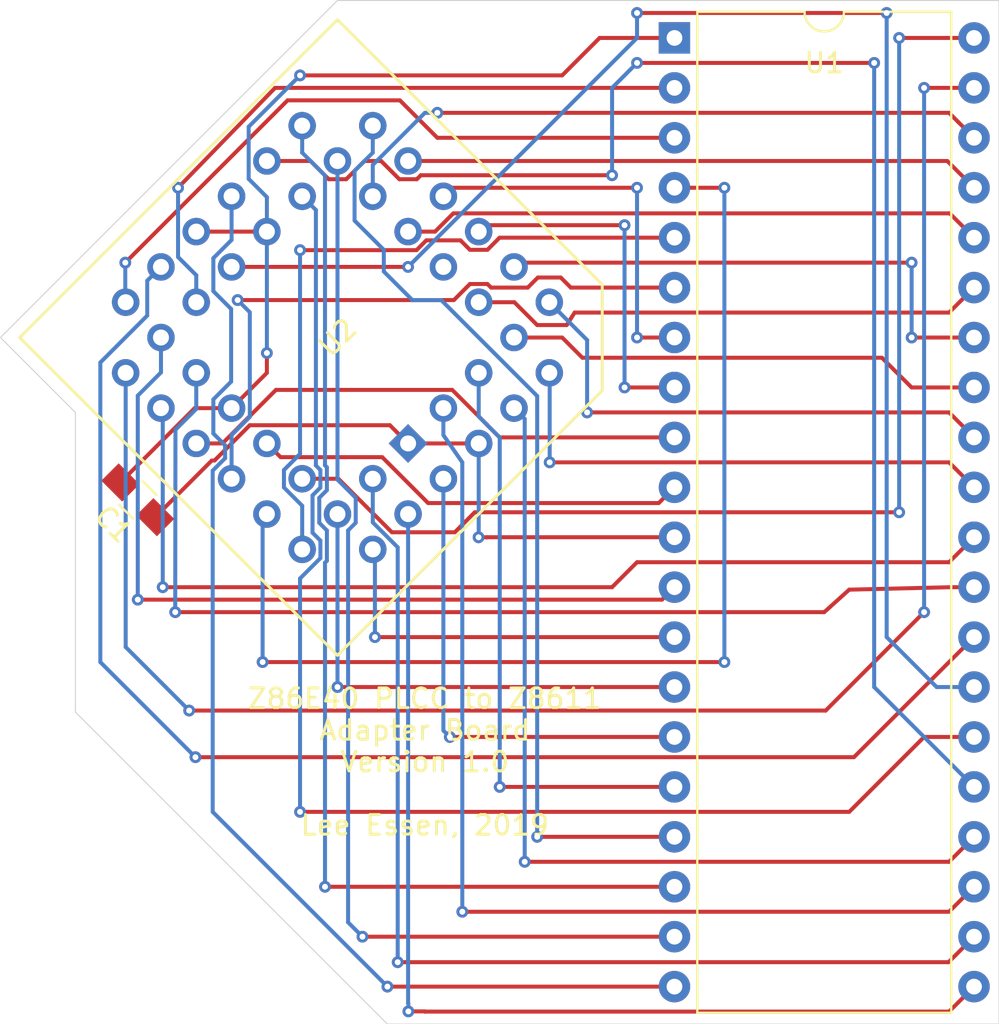
<source format=kicad_pcb>
(kicad_pcb (version 20171130) (host pcbnew "(5.1.2-1)-1")

  (general
    (thickness 1.6)
    (drawings 8)
    (tracks 324)
    (zones 0)
    (modules 3)
    (nets 42)
  )

  (page A4)
  (layers
    (0 F.Cu signal)
    (31 B.Cu signal)
    (32 B.Adhes user)
    (33 F.Adhes user)
    (34 B.Paste user)
    (35 F.Paste user)
    (36 B.SilkS user)
    (37 F.SilkS user)
    (38 B.Mask user)
    (39 F.Mask user)
    (40 Dwgs.User user)
    (41 Cmts.User user)
    (42 Eco1.User user)
    (43 Eco2.User user)
    (44 Edge.Cuts user)
    (45 Margin user)
    (46 B.CrtYd user)
    (47 F.CrtYd user)
    (48 B.Fab user)
    (49 F.Fab user)
  )

  (setup
    (last_trace_width 0.2032)
    (user_trace_width 0.2032)
    (trace_clearance 0.127)
    (zone_clearance 0.508)
    (zone_45_only no)
    (trace_min 0.127)
    (via_size 0.6)
    (via_drill 0.3)
    (via_min_size 0.3048)
    (via_min_drill 0.3)
    (uvia_size 0.6)
    (uvia_drill 0.3)
    (uvias_allowed no)
    (uvia_min_size 0.2)
    (uvia_min_drill 0.1)
    (edge_width 0.05)
    (segment_width 0.2)
    (pcb_text_width 0.3)
    (pcb_text_size 1.5 1.5)
    (mod_edge_width 0.12)
    (mod_text_size 1 1)
    (mod_text_width 0.15)
    (pad_size 1.524 1.524)
    (pad_drill 0.762)
    (pad_to_mask_clearance 0.051)
    (solder_mask_min_width 0.25)
    (aux_axis_origin 0 0)
    (grid_origin 132.08 59.055)
    (visible_elements FFFFFF7F)
    (pcbplotparams
      (layerselection 0x010fc_ffffffff)
      (usegerberextensions false)
      (usegerberattributes false)
      (usegerberadvancedattributes false)
      (creategerberjobfile false)
      (excludeedgelayer true)
      (linewidth 0.100000)
      (plotframeref false)
      (viasonmask false)
      (mode 1)
      (useauxorigin false)
      (hpglpennumber 1)
      (hpglpenspeed 20)
      (hpglpendiameter 15.000000)
      (psnegative false)
      (psa4output false)
      (plotreference true)
      (plotvalue true)
      (plotinvisibletext false)
      (padsonsilk false)
      (subtractmaskfromsilk false)
      (outputformat 1)
      (mirror false)
      (drillshape 0)
      (scaleselection 1)
      (outputdirectory "Plots/"))
  )

  (net 0 "")
  (net 1 "Net-(U1-Pad21)")
  (net 2 "Net-(U1-Pad2)")
  (net 3 "Net-(U1-Pad22)")
  (net 4 "Net-(U1-Pad3)")
  (net 5 "Net-(U1-Pad23)")
  (net 6 "Net-(U1-Pad4)")
  (net 7 "Net-(U1-Pad24)")
  (net 8 "Net-(U1-Pad5)")
  (net 9 "Net-(U1-Pad25)")
  (net 10 "Net-(U1-Pad6)")
  (net 11 "Net-(U1-Pad26)")
  (net 12 "Net-(U1-Pad7)")
  (net 13 "Net-(U1-Pad27)")
  (net 14 "Net-(U1-Pad8)")
  (net 15 "Net-(U1-Pad28)")
  (net 16 "Net-(U1-Pad9)")
  (net 17 "Net-(U1-Pad29)")
  (net 18 "Net-(U1-Pad10)")
  (net 19 "Net-(U1-Pad30)")
  (net 20 "Net-(U1-Pad31)")
  (net 21 "Net-(U1-Pad12)")
  (net 22 "Net-(U1-Pad32)")
  (net 23 "Net-(U1-Pad13)")
  (net 24 "Net-(U1-Pad33)")
  (net 25 "Net-(U1-Pad14)")
  (net 26 "Net-(U1-Pad34)")
  (net 27 "Net-(U1-Pad15)")
  (net 28 "Net-(U1-Pad35)")
  (net 29 "Net-(U1-Pad16)")
  (net 30 "Net-(U1-Pad36)")
  (net 31 "Net-(U1-Pad17)")
  (net 32 "Net-(U1-Pad37)")
  (net 33 "Net-(U1-Pad18)")
  (net 34 "Net-(U1-Pad38)")
  (net 35 "Net-(U1-Pad19)")
  (net 36 "Net-(U1-Pad39)")
  (net 37 "Net-(U1-Pad20)")
  (net 38 "Net-(U1-Pad40)")
  (net 39 "Net-(U2-Pad12)")
  (net 40 "Net-(C1-Pad1)")
  (net 41 "Net-(C1-Pad2)")

  (net_class Default "This is the default net class."
    (clearance 0.127)
    (trace_width 0.127)
    (via_dia 0.6)
    (via_drill 0.3)
    (uvia_dia 0.6)
    (uvia_drill 0.3)
    (add_net "Net-(C1-Pad1)")
    (add_net "Net-(C1-Pad2)")
    (add_net "Net-(U1-Pad10)")
    (add_net "Net-(U1-Pad12)")
    (add_net "Net-(U1-Pad13)")
    (add_net "Net-(U1-Pad14)")
    (add_net "Net-(U1-Pad15)")
    (add_net "Net-(U1-Pad16)")
    (add_net "Net-(U1-Pad17)")
    (add_net "Net-(U1-Pad18)")
    (add_net "Net-(U1-Pad19)")
    (add_net "Net-(U1-Pad2)")
    (add_net "Net-(U1-Pad20)")
    (add_net "Net-(U1-Pad21)")
    (add_net "Net-(U1-Pad22)")
    (add_net "Net-(U1-Pad23)")
    (add_net "Net-(U1-Pad24)")
    (add_net "Net-(U1-Pad25)")
    (add_net "Net-(U1-Pad26)")
    (add_net "Net-(U1-Pad27)")
    (add_net "Net-(U1-Pad28)")
    (add_net "Net-(U1-Pad29)")
    (add_net "Net-(U1-Pad3)")
    (add_net "Net-(U1-Pad30)")
    (add_net "Net-(U1-Pad31)")
    (add_net "Net-(U1-Pad32)")
    (add_net "Net-(U1-Pad33)")
    (add_net "Net-(U1-Pad34)")
    (add_net "Net-(U1-Pad35)")
    (add_net "Net-(U1-Pad36)")
    (add_net "Net-(U1-Pad37)")
    (add_net "Net-(U1-Pad38)")
    (add_net "Net-(U1-Pad39)")
    (add_net "Net-(U1-Pad4)")
    (add_net "Net-(U1-Pad40)")
    (add_net "Net-(U1-Pad5)")
    (add_net "Net-(U1-Pad6)")
    (add_net "Net-(U1-Pad7)")
    (add_net "Net-(U1-Pad8)")
    (add_net "Net-(U1-Pad9)")
    (add_net "Net-(U2-Pad12)")
  )

  (module Capacitors_SMD:C_0805_HandSoldering (layer F.Cu) (tedit 58AA84A8) (tstamp 5CE85502)
    (at 104.775 82.55 135)
    (descr "Capacitor SMD 0805, hand soldering")
    (tags "capacitor 0805")
    (path /5D0D61E4)
    (attr smd)
    (fp_text reference C1 (at 0 -1.75 135) (layer F.SilkS)
      (effects (font (size 1 1) (thickness 0.15)))
    )
    (fp_text value 0.1uF (at 0 1.75 135) (layer F.Fab)
      (effects (font (size 1 1) (thickness 0.15)))
    )
    (fp_text user %R (at 0 -1.75 135) (layer F.Fab)
      (effects (font (size 1 1) (thickness 0.15)))
    )
    (fp_line (start -1 0.62) (end -1 -0.62) (layer F.Fab) (width 0.1))
    (fp_line (start 1 0.62) (end -1 0.62) (layer F.Fab) (width 0.1))
    (fp_line (start 1 -0.62) (end 1 0.62) (layer F.Fab) (width 0.1))
    (fp_line (start -1 -0.62) (end 1 -0.62) (layer F.Fab) (width 0.1))
    (fp_line (start 0.5 -0.85) (end -0.5 -0.85) (layer F.SilkS) (width 0.12))
    (fp_line (start -0.5 0.85) (end 0.5 0.85) (layer F.SilkS) (width 0.12))
    (fp_line (start -2.25 -0.88) (end 2.25 -0.88) (layer F.CrtYd) (width 0.05))
    (fp_line (start -2.25 -0.88) (end -2.25 0.87) (layer F.CrtYd) (width 0.05))
    (fp_line (start 2.25 0.87) (end 2.25 -0.88) (layer F.CrtYd) (width 0.05))
    (fp_line (start 2.25 0.87) (end -2.25 0.87) (layer F.CrtYd) (width 0.05))
    (pad 1 smd rect (at -1.25 0 135) (size 1.5 1.25) (layers F.Cu F.Paste F.Mask)
      (net 40 "Net-(C1-Pad1)"))
    (pad 2 smd rect (at 1.25 0 135) (size 1.5 1.25) (layers F.Cu F.Paste F.Mask)
      (net 41 "Net-(C1-Pad2)"))
    (model Capacitors_SMD.3dshapes/C_0805.wrl
      (at (xyz 0 0 0))
      (scale (xyz 1 1 1))
      (rotate (xyz 0 0 0))
    )
  )

  (module Housings_DIP:DIP-40_W15.24mm (layer F.Cu) (tedit 59C78D6C) (tstamp 5CE7A702)
    (at 132.08 59.055)
    (descr "40-lead though-hole mounted DIP package, row spacing 15.24 mm (600 mils)")
    (tags "THT DIP DIL PDIP 2.54mm 15.24mm 600mil")
    (path /5CE845D1)
    (fp_text reference U1 (at 7.62 1.27) (layer F.SilkS)
      (effects (font (size 1 1) (thickness 0.15)))
    )
    (fp_text value Z8611 (at 7.62 48.26) (layer F.Fab)
      (effects (font (size 1 1) (thickness 0.15)))
    )
    (fp_arc (start 7.62 -1.33) (end 6.62 -1.33) (angle -180) (layer F.SilkS) (width 0.12))
    (fp_line (start 1.255 -1.27) (end 14.985 -1.27) (layer F.Fab) (width 0.1))
    (fp_line (start 14.985 -1.27) (end 14.985 49.53) (layer F.Fab) (width 0.1))
    (fp_line (start 14.985 49.53) (end 0.255 49.53) (layer F.Fab) (width 0.1))
    (fp_line (start 0.255 49.53) (end 0.255 -0.27) (layer F.Fab) (width 0.1))
    (fp_line (start 0.255 -0.27) (end 1.255 -1.27) (layer F.Fab) (width 0.1))
    (fp_line (start 6.62 -1.33) (end 1.16 -1.33) (layer F.SilkS) (width 0.12))
    (fp_line (start 1.16 -1.33) (end 1.16 49.59) (layer F.SilkS) (width 0.12))
    (fp_line (start 1.16 49.59) (end 14.08 49.59) (layer F.SilkS) (width 0.12))
    (fp_line (start 14.08 49.59) (end 14.08 -1.33) (layer F.SilkS) (width 0.12))
    (fp_line (start 14.08 -1.33) (end 8.62 -1.33) (layer F.SilkS) (width 0.12))
    (fp_line (start -1.05 -1.55) (end -1.05 49.8) (layer F.CrtYd) (width 0.05))
    (fp_line (start -1.05 49.8) (end 16.3 49.8) (layer F.CrtYd) (width 0.05))
    (fp_line (start 16.3 49.8) (end 16.3 -1.55) (layer F.CrtYd) (width 0.05))
    (fp_line (start 16.3 -1.55) (end -1.05 -1.55) (layer F.CrtYd) (width 0.05))
    (fp_text user %R (at 7.62 24.13) (layer F.Fab)
      (effects (font (size 1 1) (thickness 0.15)))
    )
    (pad 1 thru_hole rect (at 0 0) (size 1.6 1.6) (drill 0.8) (layers *.Cu *.Mask)
      (net 41 "Net-(C1-Pad2)"))
    (pad 21 thru_hole oval (at 15.24 48.26) (size 1.6 1.6) (drill 0.8) (layers *.Cu *.Mask)
      (net 1 "Net-(U1-Pad21)"))
    (pad 2 thru_hole oval (at 0 2.54) (size 1.6 1.6) (drill 0.8) (layers *.Cu *.Mask)
      (net 2 "Net-(U1-Pad2)"))
    (pad 22 thru_hole oval (at 15.24 45.72) (size 1.6 1.6) (drill 0.8) (layers *.Cu *.Mask)
      (net 3 "Net-(U1-Pad22)"))
    (pad 3 thru_hole oval (at 0 5.08) (size 1.6 1.6) (drill 0.8) (layers *.Cu *.Mask)
      (net 4 "Net-(U1-Pad3)"))
    (pad 23 thru_hole oval (at 15.24 43.18) (size 1.6 1.6) (drill 0.8) (layers *.Cu *.Mask)
      (net 5 "Net-(U1-Pad23)"))
    (pad 4 thru_hole oval (at 0 7.62) (size 1.6 1.6) (drill 0.8) (layers *.Cu *.Mask)
      (net 6 "Net-(U1-Pad4)"))
    (pad 24 thru_hole oval (at 15.24 40.64) (size 1.6 1.6) (drill 0.8) (layers *.Cu *.Mask)
      (net 7 "Net-(U1-Pad24)"))
    (pad 5 thru_hole oval (at 0 10.16) (size 1.6 1.6) (drill 0.8) (layers *.Cu *.Mask)
      (net 8 "Net-(U1-Pad5)"))
    (pad 25 thru_hole oval (at 15.24 38.1) (size 1.6 1.6) (drill 0.8) (layers *.Cu *.Mask)
      (net 9 "Net-(U1-Pad25)"))
    (pad 6 thru_hole oval (at 0 12.7) (size 1.6 1.6) (drill 0.8) (layers *.Cu *.Mask)
      (net 10 "Net-(U1-Pad6)"))
    (pad 26 thru_hole oval (at 15.24 35.56) (size 1.6 1.6) (drill 0.8) (layers *.Cu *.Mask)
      (net 11 "Net-(U1-Pad26)"))
    (pad 7 thru_hole oval (at 0 15.24) (size 1.6 1.6) (drill 0.8) (layers *.Cu *.Mask)
      (net 12 "Net-(U1-Pad7)"))
    (pad 27 thru_hole oval (at 15.24 33.02) (size 1.6 1.6) (drill 0.8) (layers *.Cu *.Mask)
      (net 13 "Net-(U1-Pad27)"))
    (pad 8 thru_hole oval (at 0 17.78) (size 1.6 1.6) (drill 0.8) (layers *.Cu *.Mask)
      (net 14 "Net-(U1-Pad8)"))
    (pad 28 thru_hole oval (at 15.24 30.48) (size 1.6 1.6) (drill 0.8) (layers *.Cu *.Mask)
      (net 15 "Net-(U1-Pad28)"))
    (pad 9 thru_hole oval (at 0 20.32) (size 1.6 1.6) (drill 0.8) (layers *.Cu *.Mask)
      (net 16 "Net-(U1-Pad9)"))
    (pad 29 thru_hole oval (at 15.24 27.94) (size 1.6 1.6) (drill 0.8) (layers *.Cu *.Mask)
      (net 17 "Net-(U1-Pad29)"))
    (pad 10 thru_hole oval (at 0 22.86) (size 1.6 1.6) (drill 0.8) (layers *.Cu *.Mask)
      (net 18 "Net-(U1-Pad10)"))
    (pad 30 thru_hole oval (at 15.24 25.4) (size 1.6 1.6) (drill 0.8) (layers *.Cu *.Mask)
      (net 19 "Net-(U1-Pad30)"))
    (pad 11 thru_hole oval (at 0 25.4) (size 1.6 1.6) (drill 0.8) (layers *.Cu *.Mask)
      (net 40 "Net-(C1-Pad1)"))
    (pad 31 thru_hole oval (at 15.24 22.86) (size 1.6 1.6) (drill 0.8) (layers *.Cu *.Mask)
      (net 20 "Net-(U1-Pad31)"))
    (pad 12 thru_hole oval (at 0 27.94) (size 1.6 1.6) (drill 0.8) (layers *.Cu *.Mask)
      (net 21 "Net-(U1-Pad12)"))
    (pad 32 thru_hole oval (at 15.24 20.32) (size 1.6 1.6) (drill 0.8) (layers *.Cu *.Mask)
      (net 22 "Net-(U1-Pad32)"))
    (pad 13 thru_hole oval (at 0 30.48) (size 1.6 1.6) (drill 0.8) (layers *.Cu *.Mask)
      (net 23 "Net-(U1-Pad13)"))
    (pad 33 thru_hole oval (at 15.24 17.78) (size 1.6 1.6) (drill 0.8) (layers *.Cu *.Mask)
      (net 24 "Net-(U1-Pad33)"))
    (pad 14 thru_hole oval (at 0 33.02) (size 1.6 1.6) (drill 0.8) (layers *.Cu *.Mask)
      (net 25 "Net-(U1-Pad14)"))
    (pad 34 thru_hole oval (at 15.24 15.24) (size 1.6 1.6) (drill 0.8) (layers *.Cu *.Mask)
      (net 26 "Net-(U1-Pad34)"))
    (pad 15 thru_hole oval (at 0 35.56) (size 1.6 1.6) (drill 0.8) (layers *.Cu *.Mask)
      (net 27 "Net-(U1-Pad15)"))
    (pad 35 thru_hole oval (at 15.24 12.7) (size 1.6 1.6) (drill 0.8) (layers *.Cu *.Mask)
      (net 28 "Net-(U1-Pad35)"))
    (pad 16 thru_hole oval (at 0 38.1) (size 1.6 1.6) (drill 0.8) (layers *.Cu *.Mask)
      (net 29 "Net-(U1-Pad16)"))
    (pad 36 thru_hole oval (at 15.24 10.16) (size 1.6 1.6) (drill 0.8) (layers *.Cu *.Mask)
      (net 30 "Net-(U1-Pad36)"))
    (pad 17 thru_hole oval (at 0 40.64) (size 1.6 1.6) (drill 0.8) (layers *.Cu *.Mask)
      (net 31 "Net-(U1-Pad17)"))
    (pad 37 thru_hole oval (at 15.24 7.62) (size 1.6 1.6) (drill 0.8) (layers *.Cu *.Mask)
      (net 32 "Net-(U1-Pad37)"))
    (pad 18 thru_hole oval (at 0 43.18) (size 1.6 1.6) (drill 0.8) (layers *.Cu *.Mask)
      (net 33 "Net-(U1-Pad18)"))
    (pad 38 thru_hole oval (at 15.24 5.08) (size 1.6 1.6) (drill 0.8) (layers *.Cu *.Mask)
      (net 34 "Net-(U1-Pad38)"))
    (pad 19 thru_hole oval (at 0 45.72) (size 1.6 1.6) (drill 0.8) (layers *.Cu *.Mask)
      (net 35 "Net-(U1-Pad19)"))
    (pad 39 thru_hole oval (at 15.24 2.54) (size 1.6 1.6) (drill 0.8) (layers *.Cu *.Mask)
      (net 36 "Net-(U1-Pad39)"))
    (pad 20 thru_hole oval (at 0 48.26) (size 1.6 1.6) (drill 0.8) (layers *.Cu *.Mask)
      (net 37 "Net-(U1-Pad20)"))
    (pad 40 thru_hole oval (at 15.24 0) (size 1.6 1.6) (drill 0.8) (layers *.Cu *.Mask)
      (net 38 "Net-(U1-Pad40)"))
    (model ${KISYS3DMOD}/Housings_DIP.3dshapes/DIP-40_W15.24mm.wrl
      (at (xyz 0 0 0))
      (scale (xyz 1 1 1))
      (rotate (xyz 0 0 0))
    )
  )

  (module Sockets:PLCC44 (layer F.Cu) (tedit 0) (tstamp 5CE7A705)
    (at 114.935 74.295 135)
    (descr "Support Plcc 44 pins, pads ronds")
    (tags PLCC)
    (path /5CE86819)
    (fp_text reference U2 (at 0 0 45) (layer F.SilkS)
      (effects (font (size 1 1) (thickness 0.15)))
    )
    (fp_text value Z86E40 (at -2.54 0 45) (layer F.Fab)
      (effects (font (size 1 1) (thickness 0.15)))
    )
    (fp_line (start -11.43 7.62) (end -7.62 11.43) (layer F.SilkS) (width 0.15))
    (fp_line (start -7.62 11.43) (end 11.43 11.43) (layer F.SilkS) (width 0.15))
    (fp_line (start 11.43 11.43) (end 11.43 -11.43) (layer F.SilkS) (width 0.15))
    (fp_line (start 11.43 -11.43) (end -11.43 -11.43) (layer F.SilkS) (width 0.15))
    (fp_line (start -11.43 -11.43) (end -11.43 7.62) (layer F.SilkS) (width 0.15))
    (pad 1 thru_hole rect (at -6.35 -1.27 135) (size 1.397 1.397) (drill 0.8128) (layers *.Cu *.Mask)
      (net 40 "Net-(C1-Pad1)"))
    (pad 2 thru_hole circle (at -8.89 1.27 135) (size 1.397 1.397) (drill 0.8128) (layers *.Cu *.Mask)
      (net 40 "Net-(C1-Pad1)"))
    (pad 3 thru_hole circle (at -6.35 1.27 135) (size 1.397 1.397) (drill 0.8128) (layers *.Cu *.Mask)
      (net 5 "Net-(U1-Pad23)"))
    (pad 4 thru_hole circle (at -8.89 3.81 135) (size 1.397 1.397) (drill 0.8128) (layers *.Cu *.Mask)
      (net 7 "Net-(U1-Pad24)"))
    (pad 5 thru_hole circle (at -6.35 3.81 135) (size 1.397 1.397) (drill 0.8128) (layers *.Cu *.Mask)
      (net 29 "Net-(U1-Pad16)"))
    (pad 6 thru_hole circle (at -8.89 6.35 135) (size 1.397 1.397) (drill 0.8128) (layers *.Cu *.Mask)
      (net 20 "Net-(U1-Pad31)"))
    (pad 7 thru_hole circle (at -6.35 8.89 135) (size 1.397 1.397) (drill 0.8128) (layers *.Cu *.Mask)
      (net 22 "Net-(U1-Pad32)"))
    (pad 8 thru_hole circle (at -6.35 6.35 135) (size 1.397 1.397) (drill 0.8128) (layers *.Cu *.Mask)
      (net 24 "Net-(U1-Pad33)"))
    (pad 9 thru_hole circle (at -3.81 8.89 135) (size 1.397 1.397) (drill 0.8128) (layers *.Cu *.Mask)
      (net 26 "Net-(U1-Pad34)"))
    (pad 10 thru_hole circle (at -3.81 6.35 135) (size 1.397 1.397) (drill 0.8128) (layers *.Cu *.Mask)
      (net 28 "Net-(U1-Pad35)"))
    (pad 11 thru_hole circle (at -1.27 8.89 135) (size 1.397 1.397) (drill 0.8128) (layers *.Cu *.Mask)
      (net 14 "Net-(U1-Pad8)"))
    (pad 12 thru_hole circle (at -1.27 6.35 135) (size 1.397 1.397) (drill 0.8128) (layers *.Cu *.Mask)
      (net 39 "Net-(U2-Pad12)"))
    (pad 13 thru_hole circle (at 1.27 8.89 135) (size 1.397 1.397) (drill 0.8128) (layers *.Cu *.Mask)
      (net 12 "Net-(U1-Pad7)"))
    (pad 14 thru_hole circle (at 1.27 6.35 135) (size 1.397 1.397) (drill 0.8128) (layers *.Cu *.Mask)
      (net 30 "Net-(U1-Pad36)"))
    (pad 15 thru_hole circle (at 3.81 8.89 135) (size 1.397 1.397) (drill 0.8128) (layers *.Cu *.Mask)
      (net 32 "Net-(U1-Pad37)"))
    (pad 16 thru_hole circle (at 3.81 6.35 135) (size 1.397 1.397) (drill 0.8128) (layers *.Cu *.Mask)
      (net 34 "Net-(U1-Pad38)"))
    (pad 17 thru_hole circle (at 6.35 8.89 135) (size 1.397 1.397) (drill 0.8128) (layers *.Cu *.Mask)
      (net 31 "Net-(U1-Pad17)"))
    (pad 18 thru_hole circle (at 8.89 6.35 135) (size 1.397 1.397) (drill 0.8128) (layers *.Cu *.Mask)
      (net 33 "Net-(U1-Pad18)"))
    (pad 19 thru_hole circle (at 6.35 6.35 135) (size 1.397 1.397) (drill 0.8128) (layers *.Cu *.Mask)
      (net 35 "Net-(U1-Pad19)"))
    (pad 20 thru_hole circle (at 8.89 3.81 135) (size 1.397 1.397) (drill 0.8128) (layers *.Cu *.Mask)
      (net 9 "Net-(U1-Pad25)"))
    (pad 21 thru_hole circle (at 6.35 3.81 135) (size 1.397 1.397) (drill 0.8128) (layers *.Cu *.Mask)
      (net 11 "Net-(U1-Pad26)"))
    (pad 22 thru_hole circle (at 8.89 1.27 135) (size 1.397 1.397) (drill 0.8128) (layers *.Cu *.Mask)
      (net 37 "Net-(U1-Pad20)"))
    (pad 23 thru_hole circle (at 6.35 1.27 135) (size 1.397 1.397) (drill 0.8128) (layers *.Cu *.Mask)
      (net 41 "Net-(C1-Pad2)"))
    (pad 24 thru_hole circle (at 8.89 -1.27 135) (size 1.397 1.397) (drill 0.8128) (layers *.Cu *.Mask)
      (net 41 "Net-(C1-Pad2)"))
    (pad 25 thru_hole circle (at 6.35 -1.27 135) (size 1.397 1.397) (drill 0.8128) (layers *.Cu *.Mask)
      (net 13 "Net-(U1-Pad27)"))
    (pad 26 thru_hole circle (at 8.89 -3.81 135) (size 1.397 1.397) (drill 0.8128) (layers *.Cu *.Mask)
      (net 15 "Net-(U1-Pad28)"))
    (pad 27 thru_hole circle (at 6.35 -3.81 135) (size 1.397 1.397) (drill 0.8128) (layers *.Cu *.Mask)
      (net 2 "Net-(U1-Pad2)"))
    (pad 28 thru_hole circle (at 8.89 -6.35 135) (size 1.397 1.397) (drill 0.8128) (layers *.Cu *.Mask)
      (net 4 "Net-(U1-Pad3)"))
    (pad 29 thru_hole circle (at 6.35 -8.89 135) (size 1.397 1.397) (drill 0.8128) (layers *.Cu *.Mask)
      (net 36 "Net-(U1-Pad39)"))
    (pad 30 thru_hole circle (at 6.35 -6.35 135) (size 1.397 1.397) (drill 0.8128) (layers *.Cu *.Mask)
      (net 21 "Net-(U1-Pad12)"))
    (pad 31 thru_hole circle (at 3.81 -8.89 135) (size 1.397 1.397) (drill 0.8128) (layers *.Cu *.Mask)
      (net 19 "Net-(U1-Pad30)"))
    (pad 32 thru_hole circle (at 3.81 -6.35 135) (size 1.397 1.397) (drill 0.8128) (layers *.Cu *.Mask)
      (net 17 "Net-(U1-Pad29)"))
    (pad 33 thru_hole circle (at 1.27 -8.89 135) (size 1.397 1.397) (drill 0.8128) (layers *.Cu *.Mask)
      (net 16 "Net-(U1-Pad9)"))
    (pad 34 thru_hole circle (at 1.27 -6.35 135) (size 1.397 1.397) (drill 0.8128) (layers *.Cu *.Mask)
      (net 41 "Net-(C1-Pad2)"))
    (pad 35 thru_hole circle (at -1.27 -8.89 135) (size 1.397 1.397) (drill 0.8128) (layers *.Cu *.Mask)
      (net 10 "Net-(U1-Pad6)"))
    (pad 36 thru_hole circle (at -1.27 -6.35 135) (size 1.397 1.397) (drill 0.8128) (layers *.Cu *.Mask)
      (net 18 "Net-(U1-Pad10)"))
    (pad 37 thru_hole circle (at -3.81 -8.89 135) (size 1.397 1.397) (drill 0.8128) (layers *.Cu *.Mask)
      (net 6 "Net-(U1-Pad4)"))
    (pad 38 thru_hole circle (at -3.81 -6.35 135) (size 1.397 1.397) (drill 0.8128) (layers *.Cu *.Mask)
      (net 38 "Net-(U1-Pad40)"))
    (pad 39 thru_hole circle (at -6.35 -8.89 135) (size 1.397 1.397) (drill 0.8128) (layers *.Cu *.Mask)
      (net 8 "Net-(U1-Pad5)"))
    (pad 40 thru_hole circle (at -8.89 -6.35 135) (size 1.397 1.397) (drill 0.8128) (layers *.Cu *.Mask)
      (net 23 "Net-(U1-Pad13)"))
    (pad 41 thru_hole circle (at -6.35 -6.35 135) (size 1.397 1.397) (drill 0.8128) (layers *.Cu *.Mask)
      (net 25 "Net-(U1-Pad14)"))
    (pad 42 thru_hole circle (at -8.89 -3.81 135) (size 1.397 1.397) (drill 0.8128) (layers *.Cu *.Mask)
      (net 1 "Net-(U1-Pad21)"))
    (pad 43 thru_hole circle (at -6.35 -3.81 135) (size 1.397 1.397) (drill 0.8128) (layers *.Cu *.Mask)
      (net 3 "Net-(U1-Pad22)"))
    (pad 44 thru_hole circle (at -8.89 -1.27 135) (size 1.397 1.397) (drill 0.8128) (layers *.Cu *.Mask)
      (net 27 "Net-(U1-Pad15)"))
  )

  (gr_text "Z86E40 PLCC to Z8611\nAdapter Board\nVersion 1.0\n\nLee Essen, 2019" (at 119.38 95.885) (layer F.SilkS)
    (effects (font (size 1 1) (thickness 0.15)))
  )
  (gr_line (start 114.935 57.15) (end 97.79 74.295) (layer Edge.Cuts) (width 0.05))
  (gr_line (start 148.59 109.22) (end 148.59 57.15) (layer Edge.Cuts) (width 0.05))
  (gr_line (start 117.475 109.22) (end 148.59 109.22) (layer Edge.Cuts) (width 0.05))
  (gr_line (start 101.6 93.345) (end 117.475 109.22) (layer Edge.Cuts) (width 0.05))
  (gr_line (start 101.6 78.105) (end 101.6 93.345) (layer Edge.Cuts) (width 0.05))
  (gr_line (start 97.79 74.295) (end 101.6 78.105) (layer Edge.Cuts) (width 0.05))
  (gr_line (start 148.59 57.15) (end 114.935 57.15) (layer Edge.Cuts) (width 0.05))

  (segment (start 110.415797 66.226741) (end 111.342898 67.153842) (width 0.2032) (layer B.Cu) (net 41))
  (segment (start 111.342898 67.153842) (end 111.342898 68.906846) (width 0.2032) (layer B.Cu) (net 41) (status 20))
  (segment (start 107.750795 68.906846) (end 111.342898 68.906846) (width 0.2032) (layer F.Cu) (net 41) (status 30))
  (segment (start 132.08 59.055) (end 128.27 59.055) (width 0.2032) (layer F.Cu) (net 41) (status 10))
  (segment (start 128.27 59.055) (end 126.365 60.96) (width 0.2032) (layer F.Cu) (net 41))
  (via (at 113.03 60.96) (size 0.6) (drill 0.3) (layers F.Cu B.Cu) (net 41))
  (segment (start 110.415797 63.574203) (end 113.03 60.96) (width 0.2032) (layer B.Cu) (net 41))
  (segment (start 110.415797 66.226741) (end 110.415797 63.574203) (width 0.2032) (layer B.Cu) (net 41))
  (segment (start 113.03 60.96) (end 126.365 60.96) (width 0.2032) (layer F.Cu) (net 41))
  (segment (start 111.342898 68.906846) (end 111.342898 75.083613) (width 0.2032) (layer B.Cu) (net 41) (status 10))
  (via (at 111.342898 75.083613) (size 0.6) (drill 0.3) (layers F.Cu B.Cu) (net 41))
  (segment (start 111.342898 76.09105) (end 111.342898 75.083613) (width 0.2032) (layer F.Cu) (net 41))
  (segment (start 109.546846 77.887102) (end 111.342898 76.09105) (width 0.2032) (layer F.Cu) (net 41) (status 10))
  (segment (start 147.32 107.315) (end 146.520001 108.114999) (width 0.2032) (layer F.Cu) (net 1) (status 30))
  (segment (start 146.05 108.585) (end 119.38 108.585) (width 0.2032) (layer F.Cu) (net 1))
  (segment (start 146.520001 108.114999) (end 146.05 108.585) (width 0.2032) (layer F.Cu) (net 1) (status 10))
  (segment (start 118.527102 83.602102) (end 118.745 83.82) (width 0.2032) (layer B.Cu) (net 1) (status 30))
  (segment (start 118.527102 83.275256) (end 118.527102 83.602102) (width 0.2032) (layer B.Cu) (net 1) (status 30))
  (segment (start 118.527102 83.275256) (end 118.527102 108.166469) (width 0.2032) (layer B.Cu) (net 1))
  (via (at 118.541311 108.575325) (size 0.6) (drill 0.3) (layers F.Cu B.Cu) (net 1))
  (segment (start 118.527102 108.561116) (end 118.541311 108.575325) (width 0.2032) (layer B.Cu) (net 1))
  (segment (start 119.370325 108.575325) (end 119.38 108.585) (width 0.2032) (layer F.Cu) (net 1))
  (segment (start 118.541311 108.575325) (end 119.370325 108.575325) (width 0.2032) (layer F.Cu) (net 1))
  (segment (start 118.541311 108.180678) (end 118.527102 108.166469) (width 0.2032) (layer B.Cu) (net 1))
  (segment (start 118.541311 108.575325) (end 118.541311 108.180678) (width 0.2032) (layer B.Cu) (net 1))
  (segment (start 107.750795 71.126839) (end 107.750795 72.498949) (width 0.2032) (layer B.Cu) (net 2) (status 20))
  (segment (start 106.823694 70.199738) (end 107.750795 71.126839) (width 0.2032) (layer B.Cu) (net 2))
  (segment (start 106.823694 66.675) (end 106.823694 70.199738) (width 0.2032) (layer B.Cu) (net 2))
  (via (at 106.823694 66.675) (size 0.6) (drill 0.3) (layers F.Cu B.Cu) (net 2))
  (segment (start 111.76 61.595) (end 132.08 61.595) (width 0.2032) (layer F.Cu) (net 2) (status 20))
  (segment (start 106.823694 66.675) (end 111.76 61.595) (width 0.2032) (layer F.Cu) (net 2))
  (via (at 117.998492 106.071866) (size 0.6) (drill 0.3) (layers F.Cu B.Cu) (net 3))
  (segment (start 117.998492 84.966638) (end 117.998492 105.647602) (width 0.2032) (layer B.Cu) (net 3))
  (segment (start 147.32 104.775) (end 146.023134 106.071866) (width 0.2032) (layer F.Cu) (net 3))
  (segment (start 118.422756 106.071866) (end 117.998492 106.071866) (width 0.2032) (layer F.Cu) (net 3))
  (segment (start 116.731051 83.699197) (end 117.998492 84.966638) (width 0.2032) (layer B.Cu) (net 3))
  (segment (start 146.023134 106.071866) (end 118.422756 106.071866) (width 0.2032) (layer F.Cu) (net 3))
  (segment (start 116.731051 81.479205) (end 116.731051 83.699197) (width 0.2032) (layer B.Cu) (net 3))
  (segment (start 117.998492 105.647602) (end 117.998492 106.071866) (width 0.2032) (layer B.Cu) (net 3))
  (segment (start 104.14 72.480256) (end 104.158693 72.498949) (width 0.2032) (layer B.Cu) (net 4) (status 30))
  (segment (start 104.14 70.485) (end 104.14 72.480256) (width 0.2032) (layer B.Cu) (net 4) (status 20))
  (via (at 104.14 70.485) (size 0.6) (drill 0.3) (layers F.Cu B.Cu) (net 4))
  (segment (start 120.015 64.135) (end 132.08 64.135) (width 0.2032) (layer F.Cu) (net 4) (status 20))
  (segment (start 118.11 62.23) (end 120.015 64.135) (width 0.2032) (layer F.Cu) (net 4))
  (segment (start 112.395 62.23) (end 118.11 62.23) (width 0.2032) (layer F.Cu) (net 4))
  (segment (start 104.14 70.485) (end 112.395 62.23) (width 0.2032) (layer F.Cu) (net 4))
  (segment (start 146.05 103.505) (end 147.32 102.235) (width 0.2032) (layer F.Cu) (net 5) (status 20))
  (segment (start 121.285 103.505) (end 146.05 103.505) (width 0.2032) (layer F.Cu) (net 5))
  (via (at 121.285 103.505) (size 0.6) (drill 0.3) (layers F.Cu B.Cu) (net 5))
  (segment (start 120.323154 79.259213) (end 120.323154 77.887102) (width 0.2032) (layer B.Cu) (net 5) (status 20))
  (segment (start 121.285 80.645) (end 120.323154 79.259213) (width 0.2032) (layer B.Cu) (net 5))
  (segment (start 121.285 103.505) (end 121.285 80.645) (width 0.2032) (layer B.Cu) (net 5))
  (via (at 134.62 66.675) (size 0.6) (drill 0.3) (layers F.Cu B.Cu) (net 6))
  (segment (start 132.08 66.675) (end 134.62 66.675) (width 0.2032) (layer F.Cu) (net 6) (status 10))
  (via (at 134.62 90.805) (size 0.6) (drill 0.3) (layers F.Cu B.Cu) (net 6))
  (segment (start 134.62 66.675) (end 134.62 90.805) (width 0.2032) (layer B.Cu) (net 6))
  (via (at 111.125 90.805) (size 0.6) (drill 0.3) (layers F.Cu B.Cu) (net 6))
  (segment (start 134.62 90.805) (end 111.125 90.805) (width 0.2032) (layer F.Cu) (net 6))
  (segment (start 111.125 83.493154) (end 111.342898 83.275256) (width 0.2032) (layer B.Cu) (net 6) (status 30))
  (segment (start 111.125 90.805) (end 111.125 83.493154) (width 0.2032) (layer B.Cu) (net 6) (status 20))
  (segment (start 146.05 100.965) (end 124.46 100.965) (width 0.2032) (layer F.Cu) (net 7))
  (via (at 124.46 100.965) (size 0.6) (drill 0.3) (layers F.Cu B.Cu) (net 7))
  (segment (start 147.32 99.695) (end 146.05 100.965) (width 0.2032) (layer F.Cu) (net 7) (status 10))
  (segment (start 124.46 78.431846) (end 123.915256 77.887102) (width 0.2032) (layer B.Cu) (net 7) (status 20))
  (segment (start 124.46 100.965) (end 124.46 78.431846) (width 0.2032) (layer B.Cu) (net 7))
  (segment (start 118.956058 69.85) (end 113.03 69.85) (width 0.2032) (layer F.Cu) (net 8))
  (segment (start 121.192104 69.351855) (end 119.454203 69.351855) (width 0.2032) (layer F.Cu) (net 8))
  (segment (start 121.674196 69.833947) (end 121.192104 69.351855) (width 0.2032) (layer F.Cu) (net 8))
  (segment (start 122.564214 69.833947) (end 121.674196 69.833947) (width 0.2032) (layer F.Cu) (net 8))
  (segment (start 132.08 69.215) (end 123.183161 69.215) (width 0.2032) (layer F.Cu) (net 8) (status 10))
  (segment (start 119.454203 69.351855) (end 118.956058 69.85) (width 0.2032) (layer F.Cu) (net 8))
  (via (at 113.03 69.85) (size 0.6) (drill 0.3) (layers F.Cu B.Cu) (net 8))
  (segment (start 123.183161 69.215) (end 122.564214 69.833947) (width 0.2032) (layer F.Cu) (net 8))
  (segment (start 113.138949 82.851315) (end 113.138949 85.071307) (width 0.2032) (layer B.Cu) (net 8) (status 20))
  (segment (start 112.211848 81.924214) (end 113.138949 82.851315) (width 0.2032) (layer B.Cu) (net 8))
  (segment (start 112.211848 81.034196) (end 112.211848 81.924214) (width 0.2032) (layer B.Cu) (net 8))
  (segment (start 113.03 69.85) (end 113.03 80.216044) (width 0.2032) (layer B.Cu) (net 8))
  (segment (start 113.03 80.216044) (end 112.211848 81.034196) (width 0.2032) (layer B.Cu) (net 8))
  (via (at 128.905 66.04) (size 0.6) (drill 0.3) (layers F.Cu B.Cu) (net 9))
  (segment (start 119.173956 66.04) (end 128.905 66.04) (width 0.2032) (layer F.Cu) (net 9))
  (segment (start 118.972111 66.241845) (end 119.173956 66.04) (width 0.2032) (layer F.Cu) (net 9))
  (segment (start 115.380009 66.241845) (end 116.30711 65.314744) (width 0.2032) (layer F.Cu) (net 9))
  (segment (start 116.30711 65.314744) (end 117.154992 65.314744) (width 0.2032) (layer F.Cu) (net 9))
  (segment (start 117.154992 65.314744) (end 118.082093 66.241845) (width 0.2032) (layer F.Cu) (net 9))
  (segment (start 113.56289 65.314744) (end 114.489991 66.241845) (width 0.2032) (layer F.Cu) (net 9))
  (segment (start 118.082093 66.241845) (end 118.972111 66.241845) (width 0.2032) (layer F.Cu) (net 9))
  (segment (start 114.489991 66.241845) (end 115.380009 66.241845) (width 0.2032) (layer F.Cu) (net 9))
  (segment (start 111.342898 65.314744) (end 113.56289 65.314744) (width 0.2032) (layer F.Cu) (net 9) (status 10))
  (via (at 130.175 60.325) (size 0.6) (drill 0.3) (layers F.Cu B.Cu) (net 9))
  (segment (start 128.905 61.595) (end 130.175 60.325) (width 0.2032) (layer B.Cu) (net 9))
  (segment (start 128.905 66.04) (end 128.905 61.595) (width 0.2032) (layer B.Cu) (net 9))
  (via (at 142.24 60.325) (size 0.6) (drill 0.3) (layers F.Cu B.Cu) (net 9))
  (segment (start 130.175 60.325) (end 142.24 60.325) (width 0.2032) (layer F.Cu) (net 9))
  (segment (start 142.24 92.075) (end 147.32 97.155) (width 0.2032) (layer B.Cu) (net 9) (status 20))
  (segment (start 142.24 60.325) (end 142.24 92.075) (width 0.2032) (layer B.Cu) (net 9))
  (segment (start 122.747366 71.755) (end 122.564214 71.571848) (width 0.2032) (layer F.Cu) (net 10))
  (segment (start 124.616158 71.755) (end 122.747366 71.755) (width 0.2032) (layer F.Cu) (net 10))
  (segment (start 126.293093 71.241637) (end 125.129521 71.241637) (width 0.2032) (layer F.Cu) (net 10))
  (segment (start 132.08 71.755) (end 126.806456 71.755) (width 0.2032) (layer F.Cu) (net 10) (status 10))
  (segment (start 125.129521 71.241637) (end 124.616158 71.755) (width 0.2032) (layer F.Cu) (net 10))
  (segment (start 120.856044 72.39) (end 109.855 72.39) (width 0.2032) (layer F.Cu) (net 10))
  (segment (start 121.674196 71.571848) (end 120.856044 72.39) (width 0.2032) (layer F.Cu) (net 10))
  (segment (start 122.564214 71.571848) (end 121.674196 71.571848) (width 0.2032) (layer F.Cu) (net 10))
  (segment (start 126.806456 71.755) (end 126.293093 71.241637) (width 0.2032) (layer F.Cu) (net 10))
  (via (at 109.855 72.39) (size 0.6) (drill 0.3) (layers F.Cu B.Cu) (net 10))
  (segment (start 109.855 72.39) (end 110.473947 73.008947) (width 0.2032) (layer B.Cu) (net 10))
  (segment (start 109.546846 79.259212) (end 109.546846 81.479205) (width 0.2032) (layer B.Cu) (net 10) (status 20))
  (segment (start 110.473947 73.008947) (end 110.473947 78.332111) (width 0.2032) (layer B.Cu) (net 10))
  (segment (start 110.473947 78.332111) (end 109.546846 79.259212) (width 0.2032) (layer B.Cu) (net 10))
  (segment (start 113.665 82.325264) (end 114.06605 81.924214) (width 0.2032) (layer B.Cu) (net 11))
  (segment (start 114.06605 85.516316) (end 114.06605 84.626298) (width 0.2032) (layer B.Cu) (net 11))
  (segment (start 113.03 97.79) (end 113.03 86.552366) (width 0.2032) (layer B.Cu) (net 11))
  (segment (start 114.06605 84.626298) (end 113.665 84.225248) (width 0.2032) (layer B.Cu) (net 11))
  (segment (start 113.837448 80.805594) (end 113.837448 67.809294) (width 0.2032) (layer B.Cu) (net 11))
  (segment (start 114.06605 81.924214) (end 114.06605 81.034196) (width 0.2032) (layer B.Cu) (net 11))
  (segment (start 113.665 84.225248) (end 113.665 82.325264) (width 0.2032) (layer B.Cu) (net 11))
  (segment (start 114.06605 81.034196) (end 113.837448 80.805594) (width 0.2032) (layer B.Cu) (net 11))
  (segment (start 113.03 86.552366) (end 114.06605 85.516316) (width 0.2032) (layer B.Cu) (net 11))
  (segment (start 113.837448 67.809294) (end 113.138949 67.110795) (width 0.2032) (layer B.Cu) (net 11) (status 20))
  (segment (start 147.32 94.615) (end 144.78 94.615) (width 0.2032) (layer F.Cu) (net 11) (status 10))
  (via (at 113.03 98.425) (size 0.6) (drill 0.3) (layers F.Cu B.Cu) (net 11))
  (segment (start 140.97 98.425) (end 113.03 98.425) (width 0.2032) (layer F.Cu) (net 11))
  (segment (start 144.78 94.615) (end 140.97 98.425) (width 0.2032) (layer F.Cu) (net 11))
  (segment (start 113.03 98.425) (end 113.03 97.79) (width 0.2032) (layer B.Cu) (net 11))
  (via (at 130.175 74.295) (size 0.6) (drill 0.3) (layers F.Cu B.Cu) (net 12))
  (segment (start 132.08 74.295) (end 130.175 74.295) (width 0.2032) (layer F.Cu) (net 12) (status 10))
  (via (at 130.175 66.675) (size 0.6) (drill 0.3) (layers F.Cu B.Cu) (net 12))
  (segment (start 130.175 74.295) (end 130.175 66.675) (width 0.2032) (layer B.Cu) (net 12))
  (segment (start 120.758949 66.675) (end 120.323154 67.110795) (width 0.2032) (layer F.Cu) (net 12) (status 30))
  (segment (start 130.175 66.675) (end 120.758949 66.675) (width 0.2032) (layer F.Cu) (net 12) (status 20))
  (segment (start 109.546846 70.702898) (end 118.525871 70.702898) (width 0.2032) (layer F.Cu) (net 13) (status 10))
  (via (at 118.525871 70.702898) (size 0.6) (drill 0.3) (layers F.Cu B.Cu) (net 13))
  (via (at 130.175 57.785) (size 0.6) (drill 0.3) (layers F.Cu B.Cu) (net 13))
  (segment (start 130.175 59.053769) (end 130.175 57.785) (width 0.2032) (layer B.Cu) (net 13))
  (segment (start 118.525871 70.702898) (end 130.175 59.053769) (width 0.2032) (layer B.Cu) (net 13))
  (segment (start 130.175 57.785) (end 142.875 57.785) (width 0.2032) (layer F.Cu) (net 13))
  (segment (start 145.415 92.075) (end 147.32 92.075) (width 0.2032) (layer B.Cu) (net 13) (status 20))
  (segment (start 142.875 89.535) (end 145.415 92.075) (width 0.2032) (layer B.Cu) (net 13))
  (segment (start 142.875 57.785) (end 142.875 89.535) (width 0.2032) (layer B.Cu) (net 13))
  (via (at 142.875 57.785) (size 0.6) (drill 0.3) (layers F.Cu B.Cu) (net 13))
  (via (at 129.54 76.835) (size 0.6) (drill 0.3) (layers F.Cu B.Cu) (net 14))
  (segment (start 132.08 76.835) (end 129.54 76.835) (width 0.2032) (layer F.Cu) (net 14) (status 10))
  (via (at 129.54 68.58) (size 0.6) (drill 0.3) (layers F.Cu B.Cu) (net 14))
  (segment (start 129.54 76.835) (end 129.54 68.58) (width 0.2032) (layer B.Cu) (net 14))
  (segment (start 122.446051 68.58) (end 122.119205 68.906846) (width 0.2032) (layer F.Cu) (net 14) (status 30))
  (segment (start 129.54 68.58) (end 122.446051 68.58) (width 0.2032) (layer F.Cu) (net 14) (status 20))
  (segment (start 147.32 89.535) (end 141.211399 95.643601) (width 0.2032) (layer F.Cu) (net 15) (status 10))
  (segment (start 105.256245 71.401397) (end 105.256245 73.178755) (width 0.2032) (layer B.Cu) (net 15))
  (segment (start 105.954744 70.702898) (end 105.256245 71.401397) (width 0.2032) (layer B.Cu) (net 15) (status 10))
  (segment (start 105.256245 73.178755) (end 102.87 75.565) (width 0.2032) (layer B.Cu) (net 15))
  (via (at 107.708601 95.643601) (size 0.6) (drill 0.3) (layers F.Cu B.Cu) (net 15))
  (segment (start 141.211399 95.643601) (end 107.708601 95.643601) (width 0.2032) (layer F.Cu) (net 15))
  (segment (start 102.87 75.565) (end 102.87 90.805) (width 0.2032) (layer B.Cu) (net 15))
  (segment (start 102.87 90.805) (end 107.708601 95.643601) (width 0.2032) (layer B.Cu) (net 15))
  (segment (start 109.079858 79.683154) (end 108.738623 79.683154) (width 0.2032) (layer F.Cu) (net 16))
  (segment (start 108.738623 79.683154) (end 107.750795 79.683154) (width 0.2032) (layer F.Cu) (net 16))
  (segment (start 111.803011 76.960001) (end 109.079858 79.683154) (width 0.2032) (layer F.Cu) (net 16))
  (segment (start 120.775001 76.960001) (end 111.803011 76.960001) (width 0.2032) (layer F.Cu) (net 16))
  (segment (start 122.548161 78.733161) (end 120.775001 76.960001) (width 0.2032) (layer F.Cu) (net 16))
  (segment (start 122.548161 78.74) (end 122.548161 78.733161) (width 0.2032) (layer F.Cu) (net 16))
  (segment (start 123.183161 79.375) (end 122.548161 78.74) (width 0.2032) (layer F.Cu) (net 16))
  (segment (start 132.08 79.375) (end 123.183161 79.375) (width 0.2032) (layer F.Cu) (net 16))
  (via (at 106.68 88.265) (size 0.6) (drill 0.3) (layers F.Cu B.Cu) (net 17))
  (segment (start 146.18863 86.995) (end 147.32 86.995) (width 0.2032) (layer F.Cu) (net 17) (status 20))
  (segment (start 140.97 87.121165) (end 146.18863 86.995) (width 0.2032) (layer F.Cu) (net 17))
  (segment (start 139.7 88.265) (end 140.97 87.121165) (width 0.2032) (layer F.Cu) (net 17))
  (segment (start 106.68 88.265) (end 139.7 88.265) (width 0.2032) (layer F.Cu) (net 17))
  (segment (start 107.750795 77.927592) (end 106.691565 78.986822) (width 0.2032) (layer B.Cu) (net 17))
  (segment (start 106.691565 78.986822) (end 106.68 88.265) (width 0.2032) (layer B.Cu) (net 17))
  (segment (start 107.750795 76.091051) (end 107.750795 77.927592) (width 0.2032) (layer B.Cu) (net 17) (status 10))
  (segment (start 117.211653 80.381653) (end 112.041397 80.381653) (width 0.2032) (layer F.Cu) (net 18))
  (segment (start 131.280001 82.714999) (end 119.544999 82.714999) (width 0.2032) (layer F.Cu) (net 18))
  (segment (start 112.041397 80.381653) (end 111.342898 79.683154) (width 0.2032) (layer F.Cu) (net 18))
  (segment (start 119.544999 82.714999) (end 117.211653 80.381653) (width 0.2032) (layer F.Cu) (net 18))
  (segment (start 132.08 81.915) (end 131.280001 82.714999) (width 0.2032) (layer F.Cu) (net 18))
  (via (at 106.045 86.995) (size 0.6) (drill 0.3) (layers F.Cu B.Cu) (net 19))
  (segment (start 128.905 86.995) (end 106.045 86.995) (width 0.2032) (layer F.Cu) (net 19))
  (segment (start 106.045 77.977358) (end 105.954744 77.887102) (width 0.2032) (layer B.Cu) (net 19) (status 30))
  (segment (start 106.045 86.995) (end 106.045 77.977358) (width 0.2032) (layer B.Cu) (net 19) (status 20))
  (segment (start 147.32 84.455) (end 146.05 85.725) (width 0.2032) (layer F.Cu) (net 19) (status 10))
  (segment (start 146.05 85.725) (end 130.175 85.725) (width 0.2032) (layer F.Cu) (net 19))
  (segment (start 130.175 85.725) (end 128.905 86.995) (width 0.2032) (layer F.Cu) (net 19))
  (segment (start 132.08 84.455) (end 122.555 84.455) (width 0.2032) (layer F.Cu) (net 40) (status 10))
  (via (at 122.112218 84.457634) (size 0.6) (drill 0.3) (layers F.Cu B.Cu) (net 40))
  (segment (start 122.119205 84.450647) (end 122.112218 84.457634) (width 0.2032) (layer B.Cu) (net 40))
  (segment (start 122.119205 79.683154) (end 122.119205 84.450647) (width 0.2032) (layer B.Cu) (net 40) (status 10))
  (segment (start 122.552366 84.457634) (end 122.555 84.455) (width 0.2032) (layer F.Cu) (net 40))
  (segment (start 122.112218 84.457634) (end 122.552366 84.457634) (width 0.2032) (layer F.Cu) (net 40))
  (segment (start 118.527102 79.683154) (end 122.119205 79.683154) (width 0.2032) (layer F.Cu) (net 40) (status 30))
  (via (at 125.73 80.645) (size 0.6) (drill 0.3) (layers F.Cu B.Cu) (net 20))
  (segment (start 146.05 80.645) (end 125.73 80.645) (width 0.2032) (layer F.Cu) (net 20))
  (segment (start 147.32 81.915) (end 146.05 80.645) (width 0.2032) (layer F.Cu) (net 20) (status 10))
  (segment (start 125.73 76.109744) (end 125.711307 76.091051) (width 0.2032) (layer B.Cu) (net 20) (status 30))
  (segment (start 125.73 80.645) (end 125.73 76.109744) (width 0.2032) (layer B.Cu) (net 20) (status 20))
  (segment (start 132.08 86.995) (end 131.445 87.63) (width 0.2032) (layer F.Cu) (net 21) (status 30))
  (segment (start 131.445 87.63) (end 104.775 87.63) (width 0.2032) (layer F.Cu) (net 21) (status 10))
  (segment (start 105.954744 74.295) (end 105.954744 76.071048) (width 0.2032) (layer B.Cu) (net 21) (status 10))
  (via (at 104.775 87.63) (size 0.6) (drill 0.3) (layers F.Cu B.Cu) (net 21))
  (segment (start 104.775 77.250792) (end 104.775 87.63) (width 0.2032) (layer B.Cu) (net 21))
  (segment (start 105.954744 76.071048) (end 104.775 77.250792) (width 0.2032) (layer B.Cu) (net 21))
  (via (at 127.635 78.105) (size 0.6) (drill 0.3) (layers F.Cu B.Cu) (net 22))
  (segment (start 146.05 78.105) (end 127.635 78.105) (width 0.2032) (layer F.Cu) (net 22))
  (segment (start 147.32 79.375) (end 146.05 78.105) (width 0.2032) (layer F.Cu) (net 22) (status 10))
  (segment (start 127.635 74.422642) (end 125.711307 72.498949) (width 0.2032) (layer B.Cu) (net 22) (status 20))
  (segment (start 127.635 78.105) (end 127.635 74.422642) (width 0.2032) (layer B.Cu) (net 22))
  (via (at 116.84 89.535) (size 0.6) (drill 0.3) (layers F.Cu B.Cu) (net 23))
  (segment (start 132.08 89.535) (end 116.84 89.535) (width 0.2032) (layer F.Cu) (net 23) (status 10))
  (segment (start 116.84 85.180256) (end 116.731051 85.071307) (width 0.2032) (layer B.Cu) (net 23) (status 30))
  (segment (start 116.84 89.535) (end 116.84 85.180256) (width 0.2032) (layer B.Cu) (net 23) (status 20))
  (segment (start 147.32 76.835) (end 144.145 76.835) (width 0.2032) (layer F.Cu) (net 24) (status 10))
  (segment (start 142.633601 75.323601) (end 127.393601 75.323601) (width 0.2032) (layer F.Cu) (net 24))
  (segment (start 144.145 76.835) (end 142.633601 75.323601) (width 0.2032) (layer F.Cu) (net 24))
  (segment (start 126.365 74.295) (end 123.915256 74.295) (width 0.2032) (layer F.Cu) (net 24) (status 20))
  (segment (start 127.393601 75.323601) (end 126.365 74.295) (width 0.2032) (layer F.Cu) (net 24))
  (via (at 114.935 92.075) (size 0.6) (drill 0.3) (layers F.Cu B.Cu) (net 25))
  (segment (start 132.08 92.075) (end 114.935 92.075) (width 0.2032) (layer F.Cu) (net 25) (status 10))
  (segment (start 114.935 92.075) (end 114.935 83.275256) (width 0.2032) (layer B.Cu) (net 25) (status 20))
  (via (at 144.145 74.295) (size 0.6) (drill 0.3) (layers F.Cu B.Cu) (net 26))
  (segment (start 147.32 74.295) (end 144.145 74.295) (width 0.2032) (layer F.Cu) (net 26) (status 10))
  (via (at 144.145 70.485) (size 0.6) (drill 0.3) (layers F.Cu B.Cu) (net 26))
  (segment (start 144.145 74.295) (end 144.145 70.485) (width 0.2032) (layer B.Cu) (net 26))
  (segment (start 124.133154 70.485) (end 123.915256 70.702898) (width 0.2032) (layer F.Cu) (net 26) (status 30))
  (segment (start 144.145 70.485) (end 124.133154 70.485) (width 0.2032) (layer F.Cu) (net 26) (status 20))
  (via (at 120.65 94.615) (size 0.6) (drill 0.3) (layers F.Cu B.Cu) (net 27))
  (segment (start 120.323154 94.288154) (end 120.65 94.615) (width 0.2032) (layer B.Cu) (net 27))
  (segment (start 120.323154 81.479205) (end 120.323154 94.288154) (width 0.2032) (layer B.Cu) (net 27) (status 10))
  (segment (start 120.65 94.615) (end 132.08 94.615) (width 0.2032) (layer F.Cu) (net 27) (status 20))
  (segment (start 123.933949 72.498949) (end 122.119205 72.498949) (width 0.2032) (layer F.Cu) (net 28) (status 20))
  (segment (start 125.095 73.66) (end 123.933949 72.498949) (width 0.2032) (layer F.Cu) (net 28))
  (segment (start 126.59895 73.66) (end 125.095 73.66) (width 0.2032) (layer F.Cu) (net 28))
  (segment (start 127 73.025) (end 126.59895 73.66) (width 0.2032) (layer F.Cu) (net 28))
  (segment (start 146.05 73.025) (end 127 73.025) (width 0.2032) (layer F.Cu) (net 28))
  (segment (start 147.32 71.755) (end 146.05 73.025) (width 0.2032) (layer F.Cu) (net 28) (status 10))
  (segment (start 123.19 79.381839) (end 123.19 97.155) (width 0.2032) (layer B.Cu) (net 29))
  (via (at 123.19 97.155) (size 0.6) (drill 0.3) (layers F.Cu B.Cu) (net 29))
  (segment (start 122.119205 78.311044) (end 123.19 79.381839) (width 0.2032) (layer B.Cu) (net 29))
  (segment (start 122.119205 76.091051) (end 122.119205 78.311044) (width 0.2032) (layer B.Cu) (net 29) (status 10))
  (segment (start 123.19 97.155) (end 132.08 97.155) (width 0.2032) (layer F.Cu) (net 29) (status 20))
  (segment (start 119.899213 68.906846) (end 118.527102 68.906846) (width 0.2032) (layer F.Cu) (net 30) (status 20))
  (segment (start 120.826314 67.979745) (end 119.899213 68.906846) (width 0.2032) (layer F.Cu) (net 30))
  (segment (start 146.084745 67.979745) (end 120.826314 67.979745) (width 0.2032) (layer F.Cu) (net 30))
  (segment (start 147.32 69.215) (end 146.084745 67.979745) (width 0.2032) (layer F.Cu) (net 30) (status 10))
  (segment (start 116.731051 64.890803) (end 116.731051 63.518693) (width 0.2032) (layer B.Cu) (net 31) (status 20))
  (segment (start 115.80395 65.817904) (end 116.731051 64.890803) (width 0.2032) (layer B.Cu) (net 31))
  (segment (start 115.80395 68.34605) (end 115.80395 65.817904) (width 0.2032) (layer B.Cu) (net 31))
  (segment (start 115.80395 68.34605) (end 117.291847 69.833947) (width 0.2032) (layer B.Cu) (net 31))
  (segment (start 117.291847 69.833947) (end 117.291847 70.936847) (width 0.2032) (layer B.Cu) (net 31))
  (segment (start 117.291847 70.936847) (end 118.745 72.39) (width 0.2032) (layer B.Cu) (net 31))
  (segment (start 118.745 72.39) (end 120.213983 72.39) (width 0.2032) (layer B.Cu) (net 31))
  (segment (start 120.213983 72.39) (end 125.095 77.271017) (width 0.2032) (layer B.Cu) (net 31))
  (segment (start 125.095 77.271017) (end 125.095 99.695) (width 0.2032) (layer B.Cu) (net 31))
  (via (at 125.095 99.695) (size 0.6) (drill 0.3) (layers F.Cu B.Cu) (net 31))
  (segment (start 132.08 99.695) (end 125.095 99.695) (width 0.2032) (layer F.Cu) (net 31))
  (segment (start 118.70617 65.493812) (end 118.527102 65.314744) (width 0.2032) (layer F.Cu) (net 32) (status 30))
  (segment (start 145.959744 65.314744) (end 147.32 66.675) (width 0.2032) (layer F.Cu) (net 32) (status 20))
  (segment (start 118.527102 65.314744) (end 145.959744 65.314744) (width 0.2032) (layer F.Cu) (net 32) (status 10))
  (via (at 114.3 102.235) (size 0.6) (drill 0.3) (layers F.Cu B.Cu) (net 33))
  (segment (start 132.08 102.235) (end 114.3 102.235) (width 0.2032) (layer F.Cu) (net 33) (status 10))
  (segment (start 114.3 102.235) (end 114.3 85.749354) (width 0.2032) (layer B.Cu) (net 33))
  (segment (start 114.3 66.051854) (end 113.138949 64.890803) (width 0.2032) (layer B.Cu) (net 33))
  (segment (start 113.138949 64.890803) (end 113.138949 63.518693) (width 0.2032) (layer B.Cu) (net 33) (status 20))
  (segment (start 114.3 85.749354) (end 114.396261 85.653093) (width 0.2032) (layer B.Cu) (net 33))
  (segment (start 114.396261 80.897419) (end 114.3 80.801158) (width 0.2032) (layer B.Cu) (net 33))
  (segment (start 114.007899 83.720265) (end 114.007899 82.449353) (width 0.2032) (layer B.Cu) (net 33))
  (segment (start 114.396261 84.108627) (end 114.007899 83.720265) (width 0.2032) (layer B.Cu) (net 33))
  (segment (start 114.396261 82.060991) (end 114.396261 80.897419) (width 0.2032) (layer B.Cu) (net 33))
  (segment (start 114.396261 85.653093) (end 114.396261 84.108627) (width 0.2032) (layer B.Cu) (net 33))
  (segment (start 114.007899 82.449353) (end 114.396261 82.060991) (width 0.2032) (layer B.Cu) (net 33))
  (segment (start 114.3 80.801158) (end 114.3 66.051854) (width 0.2032) (layer B.Cu) (net 33))
  (segment (start 116.731051 67.110795) (end 116.731051 65.513949) (width 0.2032) (layer B.Cu) (net 34) (status 10))
  (via (at 120.015 62.865) (size 0.6) (drill 0.3) (layers F.Cu B.Cu) (net 34))
  (segment (start 119.38 62.865) (end 120.015 62.865) (width 0.2032) (layer B.Cu) (net 34))
  (segment (start 116.731051 65.513949) (end 119.38 62.865) (width 0.2032) (layer B.Cu) (net 34))
  (segment (start 146.05 62.865) (end 146.520001 63.335001) (width 0.2032) (layer F.Cu) (net 34) (status 20))
  (segment (start 146.520001 63.335001) (end 147.32 64.135) (width 0.2032) (layer F.Cu) (net 34) (status 30))
  (segment (start 120.015 62.865) (end 146.05 62.865) (width 0.2032) (layer F.Cu) (net 34))
  (via (at 116.205 104.775) (size 0.6) (drill 0.3) (layers F.Cu B.Cu) (net 35))
  (segment (start 132.08 104.775) (end 116.205 104.775) (width 0.2032) (layer F.Cu) (net 35) (status 10))
  (segment (start 115.473739 84.108627) (end 115.862101 83.720265) (width 0.2032) (layer B.Cu) (net 35))
  (segment (start 115.473739 104.043739) (end 115.473739 84.108627) (width 0.2032) (layer B.Cu) (net 35))
  (segment (start 114.935 81.522252) (end 114.935 65.314744) (width 0.2032) (layer B.Cu) (net 35) (status 20))
  (segment (start 115.862101 83.720265) (end 115.862101 82.449353) (width 0.2032) (layer B.Cu) (net 35))
  (segment (start 116.205 104.775) (end 115.473739 104.043739) (width 0.2032) (layer B.Cu) (net 35))
  (segment (start 115.862101 82.449353) (end 114.935 81.522252) (width 0.2032) (layer B.Cu) (net 35))
  (via (at 144.78 61.595) (size 0.6) (drill 0.3) (layers F.Cu B.Cu) (net 36))
  (segment (start 147.32 61.595) (end 144.78 61.595) (width 0.2032) (layer F.Cu) (net 36) (status 10))
  (via (at 144.78 88.265) (size 0.6) (drill 0.3) (layers F.Cu B.Cu) (net 36))
  (segment (start 144.78 61.595) (end 144.78 88.265) (width 0.2032) (layer B.Cu) (net 36))
  (segment (start 144.78 88.265) (end 139.773785 93.271215) (width 0.2032) (layer F.Cu) (net 36))
  (via (at 107.388785 93.271215) (size 0.6) (drill 0.3) (layers F.Cu B.Cu) (net 36))
  (segment (start 104.158693 90.041123) (end 107.388785 93.271215) (width 0.2032) (layer B.Cu) (net 36))
  (segment (start 139.773785 93.271215) (end 107.388785 93.271215) (width 0.2032) (layer F.Cu) (net 36))
  (segment (start 104.158693 76.091051) (end 104.158693 90.041123) (width 0.2032) (layer B.Cu) (net 36) (status 10))
  (segment (start 109.216635 79.776884) (end 109.216635 80.437306) (width 0.2032) (layer B.Cu) (net 37))
  (segment (start 108.619745 70.257889) (end 108.619745 71.937075) (width 0.2032) (layer B.Cu) (net 37))
  (segment (start 108.619745 77.442093) (end 108.619745 79.179994) (width 0.2032) (layer B.Cu) (net 37))
  (segment (start 109.546846 69.330788) (end 108.619745 70.257889) (width 0.2032) (layer B.Cu) (net 37))
  (segment (start 109.524789 72.842119) (end 109.524789 76.537049) (width 0.2032) (layer B.Cu) (net 37))
  (segment (start 109.216635 80.437306) (end 108.585 81.068941) (width 0.2032) (layer B.Cu) (net 37))
  (segment (start 108.619745 79.179994) (end 109.216635 79.776884) (width 0.2032) (layer B.Cu) (net 37))
  (segment (start 109.524789 76.537049) (end 108.619745 77.442093) (width 0.2032) (layer B.Cu) (net 37))
  (segment (start 108.619745 71.937075) (end 109.524789 72.842119) (width 0.2032) (layer B.Cu) (net 37))
  (segment (start 109.546846 67.110795) (end 109.546846 69.330788) (width 0.2032) (layer B.Cu) (net 37) (status 10))
  (segment (start 108.585 98.425) (end 117.475 107.315) (width 0.2032) (layer B.Cu) (net 37))
  (segment (start 108.585 81.068941) (end 108.585 98.425) (width 0.2032) (layer B.Cu) (net 37))
  (via (at 117.475 107.315) (size 0.6) (drill 0.3) (layers F.Cu B.Cu) (net 37))
  (segment (start 132.08 107.315) (end 117.475 107.315) (width 0.2032) (layer F.Cu) (net 37) (status 10))
  (via (at 143.51 59.055) (size 0.6) (drill 0.3) (layers F.Cu B.Cu) (net 38))
  (segment (start 147.32 59.055) (end 143.51 59.055) (width 0.2032) (layer F.Cu) (net 38) (status 10))
  (via (at 143.51 83.185) (size 0.6) (drill 0.3) (layers F.Cu B.Cu) (net 38))
  (segment (start 143.51 59.055) (end 143.51 83.185) (width 0.2032) (layer B.Cu) (net 38))
  (segment (start 143.51 83.185) (end 121.92 83.185) (width 0.2032) (layer F.Cu) (net 38))
  (segment (start 113.138949 81.479205) (end 114.978834 81.479205) (width 0.2032) (layer F.Cu) (net 38) (status 10))
  (segment (start 117.701986 84.202357) (end 120.902643 84.202357) (width 0.2032) (layer F.Cu) (net 38))
  (segment (start 114.978834 81.479205) (end 117.701986 84.202357) (width 0.2032) (layer F.Cu) (net 38))
  (segment (start 120.902643 84.202357) (end 121.92 83.185) (width 0.2032) (layer F.Cu) (net 38))
  (segment (start 108.540662 80.552104) (end 108.677896 80.552104) (width 0.2032) (layer F.Cu) (net 40))
  (segment (start 105.658883 83.433883) (end 108.540662 80.552104) (width 0.2032) (layer F.Cu) (net 40))
  (segment (start 117.962478 79.11853) (end 118.527102 79.683154) (width 0.2032) (layer F.Cu) (net 40))
  (segment (start 108.677896 80.552104) (end 110.473947 78.756053) (width 0.2032) (layer F.Cu) (net 40))
  (segment (start 110.473947 78.756053) (end 117.600001 78.756053) (width 0.2032) (layer F.Cu) (net 40))
  (segment (start 117.600001 78.756053) (end 117.962478 79.11853) (width 0.2032) (layer F.Cu) (net 40))
  (segment (start 107.670132 77.887102) (end 103.891117 81.666117) (width 0.2032) (layer F.Cu) (net 41))
  (segment (start 109.546846 77.887102) (end 107.670132 77.887102) (width 0.2032) (layer F.Cu) (net 41))

)

</source>
